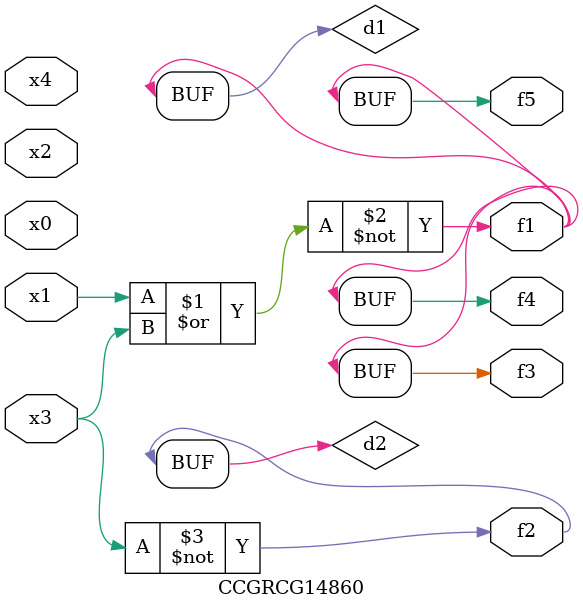
<source format=v>
module CCGRCG14860(
	input x0, x1, x2, x3, x4,
	output f1, f2, f3, f4, f5
);

	wire d1, d2;

	nor (d1, x1, x3);
	not (d2, x3);
	assign f1 = d1;
	assign f2 = d2;
	assign f3 = d1;
	assign f4 = d1;
	assign f5 = d1;
endmodule

</source>
